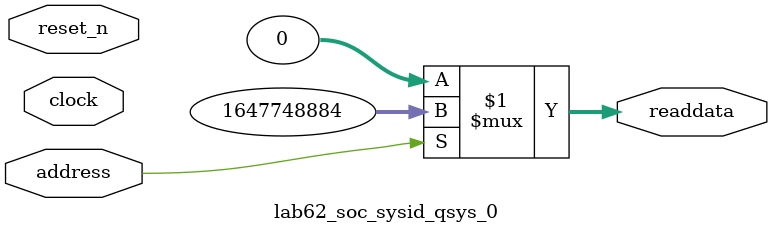
<source format=v>



// synthesis translate_off
`timescale 1ns / 1ps
// synthesis translate_on

// turn off superfluous verilog processor warnings 
// altera message_level Level1 
// altera message_off 10034 10035 10036 10037 10230 10240 10030 

module lab62_soc_sysid_qsys_0 (
               // inputs:
                address,
                clock,
                reset_n,

               // outputs:
                readdata
             )
;

  output  [ 31: 0] readdata;
  input            address;
  input            clock;
  input            reset_n;

  wire    [ 31: 0] readdata;
  //control_slave, which is an e_avalon_slave
  assign readdata = address ? 1647748884 : 0;

endmodule



</source>
